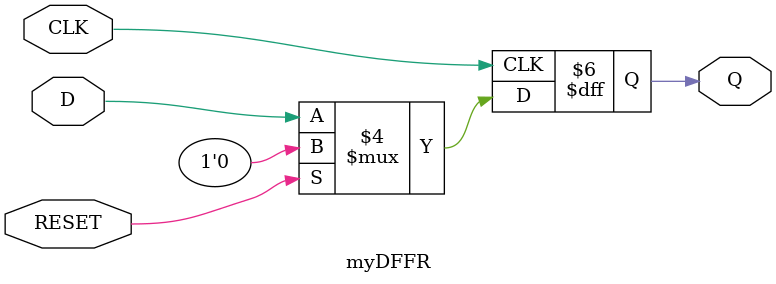
<source format=v>
module myDFFR (output reg Q, input D, CLK, RESET);
	parameter [0:0] INIT = 1'b0;
	initial Q = INIT;
	always @(posedge CLK) begin
		if (RESET)
			Q <= 1'b0;
		else
			Q <= D;
	end
endmodule
</source>
